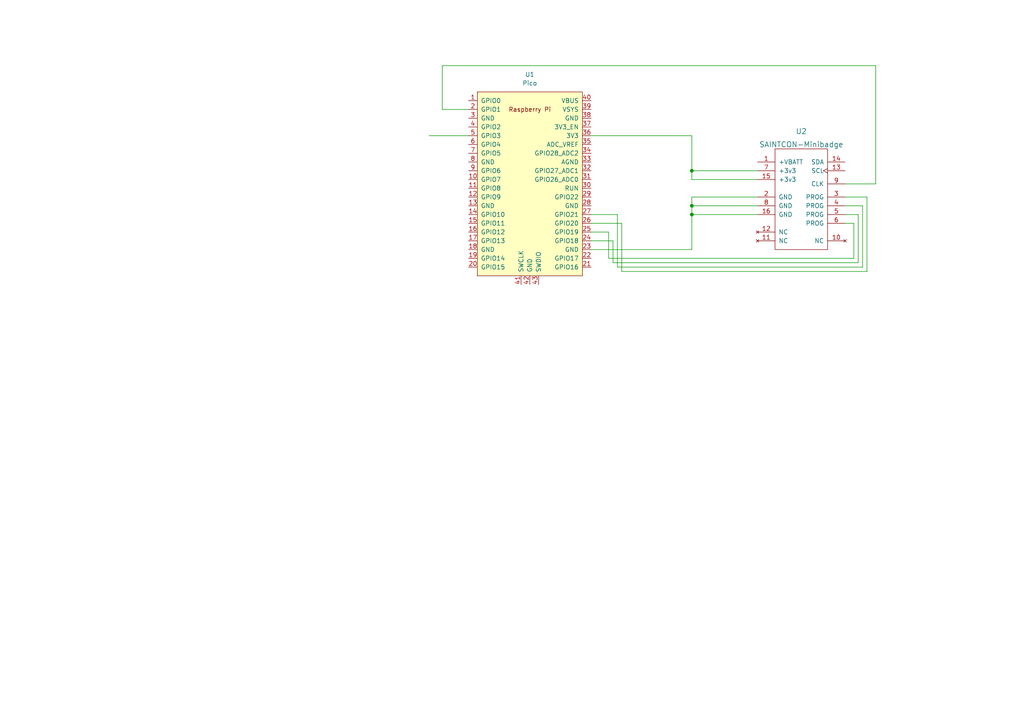
<source format=kicad_sch>
(kicad_sch (version 20211123) (generator eeschema)
  (paper "A4")
  (lib_symbols
    (symbol "MCU_RaspberryPi_and_Boards:Pico" (pin_names (offset 1.016))
      (property "Reference" "U" (at -13.97 27.94 0))
      (property "Value" "Pico" (at 0 19.05 0))
      (symbol "Pico_0_0"
        (text "Raspberry Pi" (at 0 21.59 0) (effects (font (size 1.27 1.27))))
      )
      (symbol "Pico_0_1"
        (rectangle (start -15.24 26.67) (end 15.24 -26.67) (fill (type background)))
      )
      (symbol "Pico_1_1"
        (pin bidirectional line (at -17.78 24.13 0) (length 2.54) (name "GPIO0") (number "1"))
        (pin bidirectional line (at -17.78 1.27 0) (length 2.54) (name "GPIO7") (number "10"))
        (pin bidirectional line (at -17.78 -1.27 0) (length 2.54) (name "GPIO8") (number "11"))
        (pin bidirectional line (at -17.78 -3.81 0) (length 2.54) (name "GPIO9") (number "12"))
        (pin power_in line (at -17.78 -6.35 0) (length 2.54) (name "GND") (number "13"))
        (pin bidirectional line (at -17.78 -8.89 0) (length 2.54) (name "GPIO10") (number "14"))
        (pin bidirectional line (at -17.78 -11.43 0) (length 2.54) (name "GPIO11") (number "15"))
        (pin bidirectional line (at -17.78 -13.97 0) (length 2.54) (name "GPIO12") (number "16"))
        (pin bidirectional line (at -17.78 -16.51 0) (length 2.54) (name "GPIO13") (number "17"))
        (pin power_in line (at -17.78 -19.05 0) (length 2.54) (name "GND") (number "18"))
        (pin bidirectional line (at -17.78 -21.59 0) (length 2.54) (name "GPIO14") (number "19"))
        (pin bidirectional line (at -17.78 21.59 0) (length 2.54) (name "GPIO1") (number "2"))
        (pin bidirectional line (at -17.78 -24.13 0) (length 2.54) (name "GPIO15") (number "20"))
        (pin bidirectional line (at 17.78 -24.13 180) (length 2.54) (name "GPIO16") (number "21"))
        (pin bidirectional line (at 17.78 -21.59 180) (length 2.54) (name "GPIO17") (number "22"))
        (pin power_in line (at 17.78 -19.05 180) (length 2.54) (name "GND") (number "23"))
        (pin bidirectional line (at 17.78 -16.51 180) (length 2.54) (name "GPIO18") (number "24"))
        (pin bidirectional line (at 17.78 -13.97 180) (length 2.54) (name "GPIO19") (number "25"))
        (pin bidirectional line (at 17.78 -11.43 180) (length 2.54) (name "GPIO20") (number "26"))
        (pin bidirectional line (at 17.78 -8.89 180) (length 2.54) (name "GPIO21") (number "27"))
        (pin power_in line (at 17.78 -6.35 180) (length 2.54) (name "GND") (number "28"))
        (pin bidirectional line (at 17.78 -3.81 180) (length 2.54) (name "GPIO22") (number "29"))
        (pin power_in line (at -17.78 19.05 0) (length 2.54) (name "GND") (number "3"))
        (pin input line (at 17.78 -1.27 180) (length 2.54) (name "RUN") (number "30"))
        (pin bidirectional line (at 17.78 1.27 180) (length 2.54) (name "GPIO26_ADC0") (number "31"))
        (pin bidirectional line (at 17.78 3.81 180) (length 2.54) (name "GPIO27_ADC1") (number "32"))
        (pin power_in line (at 17.78 6.35 180) (length 2.54) (name "AGND") (number "33"))
        (pin bidirectional line (at 17.78 8.89 180) (length 2.54) (name "GPIO28_ADC2") (number "34"))
        (pin unspecified line (at 17.78 11.43 180) (length 2.54) (name "ADC_VREF") (number "35"))
        (pin unspecified line (at 17.78 13.97 180) (length 2.54) (name "3V3") (number "36"))
        (pin input line (at 17.78 16.51 180) (length 2.54) (name "3V3_EN") (number "37"))
        (pin bidirectional line (at 17.78 19.05 180) (length 2.54) (name "GND") (number "38"))
        (pin unspecified line (at 17.78 21.59 180) (length 2.54) (name "VSYS") (number "39"))
        (pin bidirectional line (at -17.78 16.51 0) (length 2.54) (name "GPIO2") (number "4"))
        (pin unspecified line (at 17.78 24.13 180) (length 2.54) (name "VBUS") (number "40"))
        (pin input line (at -2.54 -29.21 90) (length 2.54) (name "SWCLK") (number "41"))
        (pin power_in line (at 0 -29.21 90) (length 2.54) (name "GND") (number "42"))
        (pin bidirectional line (at 2.54 -29.21 90) (length 2.54) (name "SWDIO") (number "43"))
        (pin bidirectional line (at -17.78 13.97 0) (length 2.54) (name "GPIO3") (number "5"))
        (pin bidirectional line (at -17.78 11.43 0) (length 2.54) (name "GPIO4") (number "6"))
        (pin bidirectional line (at -17.78 8.89 0) (length 2.54) (name "GPIO5") (number "7"))
        (pin power_in line (at -17.78 6.35 0) (length 2.54) (name "GND") (number "8"))
        (pin bidirectional line (at -17.78 3.81 0) (length 2.54) (name "GPIO6") (number "9"))
      )
    )
    (symbol "saintcon-minibadge:SAINTCON-Minibadge" (pin_names (offset 1.016))
      (property "Reference" "U" (at -6.35 11.43 0))
      (property "Value" "SAINTCON-Minibadge" (at 1.27 -20.32 0))
      (symbol "SAINTCON-Minibadge_0_1"
        (rectangle (start -7.62 10.16) (end 7.62 -19.05))
      )
      (symbol "SAINTCON-Minibadge_1_1"
        (pin power_out line (at -12.7 6.35 0) (length 5.08) (name "+VBATT") (number "1"))
        (pin no_connect line (at 12.7 -16.51 180) (length 5.08) (name "NC") (number "10"))
        (pin no_connect line (at -12.7 -16.51 0) (length 5.08) (name "NC") (number "11"))
        (pin no_connect line (at -12.7 -13.97 0) (length 5.08) (name "NC") (number "12"))
        (pin output clock (at 12.7 3.81 180) (length 5.08) (name "SCL") (number "13"))
        (pin bidirectional line (at 12.7 6.35 180) (length 5.08) (name "SDA") (number "14"))
        (pin power_out line (at -12.7 1.27 0) (length 5.08) (name "+3v3") (number "15"))
        (pin power_out line (at -12.7 -8.89 0) (length 5.08) (name "GND") (number "16"))
        (pin power_out line (at -12.7 -3.81 0) (length 5.08) (name "GND") (number "2"))
        (pin bidirectional line (at 12.7 -3.81 180) (length 5.08) (name "PROG") (number "3"))
        (pin bidirectional line (at 12.7 -6.35 180) (length 5.08) (name "PROG") (number "4"))
        (pin bidirectional line (at 12.7 -8.89 180) (length 5.08) (name "PROG") (number "5"))
        (pin bidirectional line (at 12.7 -11.43 180) (length 5.08) (name "PROG") (number "6"))
        (pin power_out line (at -12.7 3.81 0) (length 5.08) (name "+3v3") (number "7"))
        (pin power_out line (at -12.7 -6.35 0) (length 5.08) (name "GND") (number "8"))
        (pin output line (at 12.7 0 180) (length 5.08) (name "CLK") (number "9"))
      )
    )
  )
  (junction (at 200.66 59.69))
  (junction (at 200.66 49.53))
  (junction (at 200.66 62.23))
  (wire (pts (xy 250.19 59.69) (xy 250.19 77.47)))
  (wire (pts (xy 200.66 49.53) (xy 200.66 39.37)))
  (wire (pts (xy 200.66 59.69) (xy 219.71 59.69)))
  (wire (pts (xy 200.66 49.53) (xy 219.71 49.53)))
  (wire (pts (xy 200.66 72.39) (xy 200.66 62.23)))
  (wire (pts (xy 180.34 78.74) (xy 251.46 78.74)))
  (wire (pts (xy 200.66 52.07) (xy 200.66 49.53)))
  (wire (pts (xy 254 19.05) (xy 128.27 19.05)))
  (wire (pts (xy 245.11 62.23) (xy 248.92 62.23)))
  (wire (pts (xy 248.92 76.2) (xy 177.8 76.2)))
  (wire (pts (xy 179.07 62.23) (xy 179.07 77.47)))
  (wire (pts (xy 124.46 39.37) (xy 135.89 39.37)))
  (wire (pts (xy 177.8 76.2) (xy 177.8 69.85)))
  (wire (pts (xy 251.46 78.74) (xy 251.46 57.15)))
  (wire (pts (xy 254 53.34) (xy 254 19.05)))
  (wire (pts (xy 245.11 59.69) (xy 250.19 59.69)))
  (wire (pts (xy 171.45 69.85) (xy 177.8 69.85)))
  (wire (pts (xy 248.92 62.23) (xy 248.92 76.2)))
  (wire (pts (xy 128.27 19.05) (xy 128.27 31.75)))
  (wire (pts (xy 200.66 62.23) (xy 219.71 62.23)))
  (wire (pts (xy 219.71 52.07) (xy 200.66 52.07)))
  (wire (pts (xy 247.65 64.77) (xy 245.11 64.77)))
  (wire (pts (xy 176.53 74.93) (xy 247.65 74.93)))
  (wire (pts (xy 251.46 57.15) (xy 245.11 57.15)))
  (wire (pts (xy 219.71 57.15) (xy 200.66 57.15)))
  (wire (pts (xy 247.65 74.93) (xy 247.65 64.77)))
  (wire (pts (xy 200.66 57.15) (xy 200.66 59.69)))
  (wire (pts (xy 200.66 62.23) (xy 200.66 59.69)))
  (wire (pts (xy 128.27 31.75) (xy 135.89 31.75)))
  (wire (pts (xy 179.07 62.23) (xy 171.45 62.23)))
  (wire (pts (xy 180.34 64.77) (xy 180.34 78.74)))
  (wire (pts (xy 171.45 67.31) (xy 176.53 67.31)))
  (wire (pts (xy 171.45 64.77) (xy 180.34 64.77)))
  (wire (pts (xy 245.11 53.34) (xy 254 53.34)))
  (wire (pts (xy 250.19 77.47) (xy 179.07 77.47)))
  (wire (pts (xy 200.66 39.37) (xy 171.45 39.37)))
  (wire (pts (xy 176.53 67.31) (xy 176.53 74.93)))
  (wire (pts (xy 171.45 72.39) (xy 200.66 72.39)))
  (symbol (lib_id "MCU_RaspberryPi_and_Boards:Pico") (at 153.67 53.34 0) (unit 1)
    (property "Reference" "U1" (at 153.67 21.59 0))
    (property "Value" "Pico" (at 153.67 24.13 0))
    (property "Footprint" "MCU_RaspberryPi_and_Boards:RPi_Pico_SMD_TH" (effects hide))
  )
  (symbol (lib_id "saintcon-minibadge:SAINTCON-Minibadge") (at 232.41 53.34 0) (unit 1)
    (property "Reference" "U2" (at 232.41 38.1 0) (effects (font (size 1.524 1.524))))
    (property "Value" "SAINTCON-Minibadge" (at 232.41 41.91 0) (effects (font (size 1.524 1.524))))
    (property "Footprint" "saintcon-minibadge:SAINTCON-Minibadge" (effects hide))
  )
)
</source>
